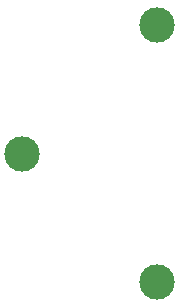
<source format=gbr>
%TF.GenerationSoftware,Altium Limited,Altium Designer,24.10.1 (45)*%
G04 Layer_Color=0*
%FSLAX45Y45*%
%MOMM*%
%TF.SameCoordinates,7F7612D6-C118-48B3-99A1-FC737374F31D*%
%TF.FilePolarity,Positive*%
%TF.FileFunction,NonPlated,1,2,NPTH,Drill*%
%TF.Part,Single*%
G01*
G75*
%TA.AperFunction,ComponentDrill*%
%ADD37C,2.99000*%
D37*
X990600Y2369700D02*
D03*
X2133600Y3456700D02*
D03*
Y1282700D02*
D03*
%TF.MD5,5a74bf68117aabbc755ba7d98fd9c274*%
M02*

</source>
